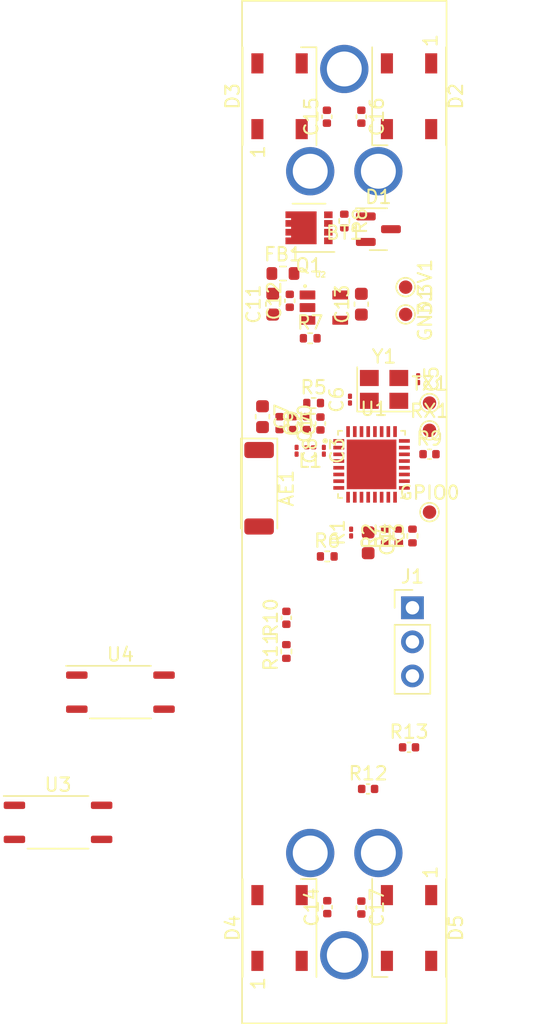
<source format=kicad_pcb>
(kicad_pcb (version 20211014) (generator pcbnew)
  (layers (0 "F.Cu" signal) (31 "B.Cu" signal) (34 "B.Paste" user) (35 "F.Paste" user) (36 "B.SilkS" user "B.Silkscreen") (37 "F.SilkS" user "F.Silkscreen") (38 "B.Mask" user) (39 "F.Mask" user) (44 "Edge.Cuts" user))
  (net 0 "")
  (net 8 "URXD")
  (net 9 "UTXD")
  (net 10 "/NRST")
  (net 11 "ADC")
  (net 12 "GND")
  (net 13 "Net-(R6-Pad2)")
  (net 14 "Net-(R5-Pad2)")
  (net 15 "3V3")
  (net 16 "Net-(C6-Pad1)")
  (net 17 "Net-(C5-Pad1)")
  (net 18 "Net-(C11-Pad2)")
  (net 20 "GPIO0")
  (net 21 "GPIO13")
  (net 22 "GPIO12")
  (net 23 "GPIO14")
  (net 24 "GPIO4")
  (net 25 "GPIO5")
  (net 26 "Net-(D1-Pad1)")
  (net 27 "Net-(Q1-Pad4)")
  (net 28 "/LNA")
  (net 29 "V_BAT")
  (net 30 "Net-(D2-Pad2)")
  (net 31 "Net-(D3-Pad2)")
  (net 32 "Net-(D4-Pad2)")
  (net 34 "Net-(R9-Pad2)")
  (net 35 "Net-(R10-Pad1)")
  (net 36 "Net-(R12-Pad2)")
  (net 37 "Net-(R13-Pad1)")
  (net 38 "/J1_ADC_IN")
  (net 39 "/GPIO15")
  (net 40 "/GPIO2")
  (net 41 "Net-(R7-Pad2)")
  (net 42 "Net-(C8-Pad1)")
  (net 44 "/+BAT")
  (footprint "RF_Antenna:Johanson_2450AT43F0100" (layer "F.Cu") (at 146.05 76.962 -90)
    (fp_text reference "AE1" (at 0 -2.05 90) (layer "F.SilkS"))
    (fp_text value "Antenna")
    (fp_line (start -3.71 -1.36) (end -3.71 1.36) (layer "F.SilkS") (width 0.12))
    (fp_line (start -3.71 1.36) (end 3 1.36) (layer "F.SilkS") (width 0.12))
    (fp_line (start 3 -1.36) (end -3.71 -1.36) (layer "F.SilkS") (width 0.12))
    (pad "1" smd roundrect (at -2.85 0 270) (size 1.2 2.2) (layers "F.Cu" "F.Paste" "F.Mask") (roundrect_rratio 0.208333) (net 42 "Net-(C8-Pad1)"))
    (pad "2" smd roundrect (at 2.85 0 270) (size 1.2 2.2) (layers "F.Cu" "F.Paste" "F.Mask") (roundrect_rratio 0.208333))
  )
  (footprint "Resistor_SMD:R_0402_1005Metric" (layer "F.Cu") (at 148.082 89.124 90)
    (fp_text reference "R11" (at 0 -1.17 90) (layer "F.SilkS"))
    (fp_text value "300K")
    (fp_line (start -0.153641 -0.38) (end 0.153641 -0.38) (layer "F.SilkS") (width 0.12))
    (fp_line (start -0.153641 0.38) (end 0.153641 0.38) (layer "F.SilkS") (width 0.12))
    (pad "1" smd roundrect (at -0.51 0 90) (size 0.54 0.64) (layers "F.Cu" "F.Paste" "F.Mask") (net 12 "GND"))
    (pad "2" smd roundrect (at 0.51 0 90) (size 0.54 0.64) (layers "F.Cu" "F.Paste" "F.Mask") (net 35 "Net-(R10-Pad1)"))
  )
  (footprint "Capacitor_SMD:C_0402_1005Metric" (layer "F.Cu") (at 153.67 49.276 -90)
    (fp_text reference "C16" (at 0 -1.16 90) (layer "F.SilkS"))
    (fp_text value "100nF")
    (fp_line (start -0.107836 -0.36) (end 0.107836 -0.36) (layer "F.SilkS") (width 0.12))
    (fp_line (start -0.107836 0.36) (end 0.107836 0.36) (layer "F.SilkS") (width 0.12))
    (pad "1" smd roundrect (at -0.48 0 270) (size 0.56 0.62) (layers "F.Cu" "F.Paste" "F.Mask") (net 29 "V_BAT"))
    (pad "2" smd roundrect (at 0.48 0 270) (size 0.56 0.62) (layers "F.Cu" "F.Paste" "F.Mask") (net 12 "GND"))
  )
  (footprint "TestPoint:TestPoint_Pad_D1.0mm" (layer "F.Cu") (at 156.972 64.008 -90)
    (fp_text reference "GND1" (at 0 -1.448 90) (layer "F.SilkS"))
    (fp_text value "TestPoint_Small")
    (fp_circle (center 0 0) (end 0 0.7) (layer "F.SilkS") (width 0.12) (fill none))
    (pad "1" smd circle (at 0 0 270) (size 1 1) (layers "F.Cu" "F.Mask") (net 12 "GND"))
  )
  (footprint "Capacitor_SMD:C_0402_1005Metric" (layer "F.Cu") (at 148.336 62.992 90)
    (fp_text reference "C12" (at 0 -1.16 90) (layer "F.SilkS"))
    (fp_text value "100nF")
    (fp_line (start -0.107836 -0.36) (end 0.107836 -0.36) (layer "F.SilkS") (width 0.12))
    (fp_line (start -0.107836 0.36) (end 0.107836 0.36) (layer "F.SilkS") (width 0.12))
    (pad "1" smd roundrect (at -0.48 0 90) (size 0.56 0.62) (layers "F.Cu" "F.Paste" "F.Mask") (net 12 "GND"))
    (pad "2" smd roundrect (at 0.48 0 90) (size 0.56 0.62) (layers "F.Cu" "F.Paste" "F.Mask") (net 18 "Net-(C11-Pad2)"))
  )
  (footprint "Capacitor_SMD:C_0402_1005Metric" (layer "F.Cu") (at 150.622 72.136 90)
    (fp_text reference "C10" (at 0 -1.16 90) (layer "F.SilkS"))
    (fp_text value "100nF")
    (fp_line (start -0.107836 0.36) (end 0.107836 0.36) (layer "F.SilkS") (width 0.12))
    (fp_line (start -0.107836 -0.36) (end 0.107836 -0.36) (layer "F.SilkS") (width 0.12))
    (pad "1" smd roundrect (at -0.48 0 90) (size 0.56 0.62) (layers "F.Cu" "F.Paste" "F.Mask") (net 15 "3V3"))
    (pad "2" smd roundrect (at 0.48 0 90) (size 0.56 0.62) (layers "F.Cu" "F.Paste" "F.Mask") (net 12 "GND"))
  )
  (footprint "Resistor_SMD:R_01005_0402Metric" (layer "F.Cu") (at 152.908 80.264 90)
    (fp_text reference "R1" (at 0 -1 90) (layer "F.SilkS"))
    (fp_text value "10K")
    (pad "1" smd roundrect (at -0.25 0 90) (size 0.4 0.3) (layers "F.Cu" "F.Mask") (net 15 "3V3"))
    (pad "2" smd roundrect (at 0.25 0 90) (size 0.4 0.3) (layers "F.Cu" "F.Mask") (net 10 "/NRST"))
  )
  (footprint "Capacitor_SMD:C_0402_1005Metric" (layer "F.Cu") (at 149.606 72.108 90)
    (fp_text reference "C9" (at 0 -1.16 90) (layer "F.SilkS"))
    (fp_text value "10nF")
    (fp_line (start -0.107836 0.36) (end 0.107836 0.36) (layer "F.SilkS") (width 0.12))
    (fp_line (start -0.107836 -0.36) (end 0.107836 -0.36) (layer "F.SilkS") (width 0.12))
    (pad "1" smd roundrect (at -0.48 0 90) (size 0.56 0.62) (layers "F.Cu" "F.Paste" "F.Mask") (net 15 "3V3"))
    (pad "2" smd roundrect (at 0.48 0 90) (size 0.56 0.62) (layers "F.Cu" "F.Paste" "F.Mask") (net 12 "GND"))
  )
  (footprint "TestPoint:TestPoint_Pad_D1.0mm" (layer "F.Cu") (at 156.972 61.976 -90)
    (fp_text reference "3.3V1" (at 0 -1.448 90) (layer "F.SilkS"))
    (fp_text value "TestPoint_Small")
    (fp_circle (center 0 0) (end 0 0.7) (layer "F.SilkS") (width 0.12) (fill none))
    (pad "1" smd circle (at 0 0 270) (size 1 1) (layers "F.Cu" "F.Mask") (net 15 "3V3"))
  )
  (footprint "Capacitor_SMD:C_0402_1005Metric" (layer "F.Cu") (at 148.082 86.614 90)
    (fp_text reference "R10" (at 0 -1.16 90) (layer "F.SilkS"))
    (fp_text value "1M")
    (fp_line (start -0.107836 -0.36) (end 0.107836 -0.36) (layer "F.SilkS") (width 0.12))
    (fp_line (start -0.107836 0.36) (end 0.107836 0.36) (layer "F.SilkS") (width 0.12))
    (pad "1" smd roundrect (at -0.48 0 90) (size 0.56 0.62) (layers "F.Cu" "F.Paste" "F.Mask") (net 35 "Net-(R10-Pad1)"))
    (pad "2" smd roundrect (at 0.48 0 90) (size 0.56 0.62) (layers "F.Cu" "F.Paste" "F.Mask") (net 29 "V_BAT"))
  )
  (footprint "TestPoint:TestPoint_Pad_D1.0mm" (layer "F.Cu") (at 158.75 72.644)
    (fp_text reference "RX1" (at 0 -1.448) (layer "F.SilkS"))
    (fp_text value "TestPoint_Small")
    (fp_circle (center 0 0) (end 0 0.7) (layer "F.SilkS") (width 0.12) (fill none))
    (pad "1" smd circle (at 0 0) (size 1 1) (layers "F.Cu" "F.Mask") (net 8 "URXD"))
  )
  (footprint "Capacitor_SMD:C_0402_1005Metric" (layer "F.Cu") (at 148.59 72.108 -90)
    (fp_text reference "C4" (at 0 -1.16 90) (layer "F.SilkS"))
    (fp_text value "100nF")
    (fp_line (start -0.107836 0.36) (end 0.107836 0.36) (layer "F.SilkS") (width 0.12))
    (fp_line (start -0.107836 -0.36) (end 0.107836 -0.36) (layer "F.SilkS") (width 0.12))
    (pad "1" smd roundrect (at -0.48 0 270) (size 0.56 0.62) (layers "F.Cu" "F.Paste" "F.Mask") (net 12 "GND"))
    (pad "2" smd roundrect (at 0.48 0 270) (size 0.56 0.62) (layers "F.Cu" "F.Paste" "F.Mask") (net 15 "3V3"))
  )
  (footprint "Crystal:Crystal_SMD_3225-4Pin_3.2x2.5mm" (layer "F.Cu") (at 155.364 69.596)
    (fp_text reference "Y1" (at 0 -2.45) (layer "F.SilkS"))
    (fp_text value "26Mhz")
    (fp_line (start -2 1.65) (end 2 1.65) (layer "F.SilkS") (width 0.12))
    (fp_line (start -2 -1.65) (end -2 1.65) (layer "F.SilkS") (width 0.12))
    (pad "1" smd rect (at -1.1 0.85) (size 1.4 1.2) (layers "F.Cu" "F.Paste" "F.Mask") (net 16 "Net-(C6-Pad1)"))
    (pad "2" smd rect (at 1.1 0.85) (size 1.4 1.2) (layers "F.Cu" "F.Paste" "F.Mask") (net 12 "GND"))
    (pad "3" smd rect (at 1.1 -0.85) (size 1.4 1.2) (layers "F.Cu" "F.Paste" "F.Mask") (net 17 "Net-(C5-Pad1)"))
    (pad "4" smd rect (at -1.1 -0.85) (size 1.4 1.2) (layers "F.Cu" "F.Paste" "F.Mask") (net 12 "GND"))
  )
  (footprint "Capacitor_SMD:C_0402_1005Metric" (layer "F.Cu") (at 153.67 108.204 -90)
    (fp_text reference "C17" (at 0 -1.16 90) (layer "F.SilkS"))
    (fp_text value "100nF")
    (fp_line (start -0.107836 -0.36) (end 0.107836 -0.36) (layer "F.SilkS") (width 0.12))
    (fp_line (start -0.107836 0.36) (end 0.107836 0.36) (layer "F.SilkS") (width 0.12))
    (pad "1" smd roundrect (at -0.48 0 270) (size 0.56 0.62) (layers "F.Cu" "F.Paste" "F.Mask") (net 29 "V_BAT"))
    (pad "2" smd roundrect (at 0.48 0 270) (size 0.56 0.62) (layers "F.Cu" "F.Paste" "F.Mask") (net 12 "GND"))
  )
  (footprint "Capacitor_SMD:C_0402_1005Metric" (layer "F.Cu") (at 147.574 72.108 -90)
    (fp_text reference "C2" (at 0 -1.16 90) (layer "F.SilkS"))
    (fp_text value "100nF")
    (fp_line (start -0.107836 -0.36) (end 0.107836 -0.36) (layer "F.SilkS") (width 0.12))
    (fp_line (start -0.107836 0.36) (end 0.107836 0.36) (layer "F.SilkS") (width 0.12))
    (pad "1" smd roundrect (at -0.48 0 270) (size 0.56 0.62) (layers "F.Cu" "F.Paste" "F.Mask") (net 12 "GND"))
    (pad "2" smd roundrect (at 0.48 0 270) (size 0.56 0.62) (layers "F.Cu" "F.Paste" "F.Mask") (net 15 "3V3"))
  )
  (footprint "Resistor_SMD:R_0402_1005Metric" (layer "F.Cu") (at 149.86 65.786)
    (fp_text reference "R7" (at 0 -1.17) (layer "F.SilkS"))
    (fp_text value "10K")
    (fp_line (start -0.153641 0.38) (end 0.153641 0.38) (layer "F.SilkS") (width 0.12))
    (fp_line (start -0.153641 -0.38) (end 0.153641 -0.38) (layer "F.SilkS") (width 0.12))
    (pad "1" smd roundrect (at -0.51 0) (size 0.54 0.64) (layers "F.Cu" "F.Paste" "F.Mask") (net 18 "Net-(C11-Pad2)"))
    (pad "2" smd roundrect (at 0.51 0) (size 0.54 0.64) (layers "F.Cu" "F.Paste" "F.Mask") (net 41 "Net-(R7-Pad2)"))
  )
  (footprint "LED_SMD:LED_WS2812B_PLCC4_5.0x5.0mm_P3.2mm" (layer "F.Cu") (at 157.226 47.752 -90)
    (fp_text reference "D2" (at 0 -3.5 90) (layer "F.SilkS"))
    (fp_text value "WS2812B")
    (fp_text user "1" (at -4.15 -1.6 90) (layer "F.SilkS"))
    (fp_line (start 3.65 2.75) (end 3.65 1.6) (layer "F.SilkS") (width 0.12))
    (fp_line (start -3.65 -2.75) (end 3.65 -2.75) (layer "F.SilkS") (width 0.12))
    (fp_line (start -3.65 2.75) (end 3.65 2.75) (layer "F.SilkS") (width 0.12))
    (pad "1" smd rect (at -2.45 -1.65 270) (size 1.5 0.9) (layers "F.Cu" "F.Paste" "F.Mask") (net 29 "V_BAT"))
    (pad "2" smd rect (at -2.45 1.65 270) (size 1.5 0.9) (layers "F.Cu" "F.Paste" "F.Mask") (net 30 "Net-(D2-Pad2)"))
    (pad "3" smd rect (at 2.45 1.65 270) (size 1.5 0.9) (layers "F.Cu" "F.Paste" "F.Mask") (net 12 "GND"))
    (pad "4" smd rect (at 2.45 -1.65 270) (size 1.5 0.9) (layers "F.Cu" "F.Paste" "F.Mask") (net 24 "GPIO4"))
  )
  (footprint "Capacitor_SMD:C_01005_0402Metric" (layer "F.Cu") (at 148.844 74.168 -90)
    (fp_text reference "C8" (at 0 -1 90) (layer "F.SilkS"))
    (fp_text value "3.0pF")
    (pad "1" smd roundrect (at -0.25 0 270) (size 0.4 0.3) (layers "F.Cu" "F.Mask") (net 42 "Net-(C8-Pad1)"))
    (pad "2" smd roundrect (at 0.25 0 270) (size 0.4 0.3) (layers "F.Cu" "F.Mask") (net 12 "GND"))
  )
  (footprint "Package_TO_SOT_SMD:SOT-23" (layer "F.Cu") (at 154.94 57.658)
    (fp_text reference "D1" (at 0 -2.4) (layer "F.SilkS"))
    (fp_text value "3v3 Zener")
    (fp_line (start 0 1.56) (end -0.65 1.56) (layer "F.SilkS") (width 0.12))
    (fp_line (start 0 1.56) (end 0.65 1.56) (layer "F.SilkS") (width 0.12))
    (fp_line (start 0 -1.56) (end 0.65 -1.56) (layer "F.SilkS") (width 0.12))
    (fp_line (start 0 -1.56) (end -1.675 -1.56) (layer "F.SilkS") (width 0.12))
    (pad "1" smd roundrect (at -0.9375 -0.95) (size 1.475 0.6) (layers "F.Cu" "F.Paste" "F.Mask") (net 26 "Net-(D1-Pad1)"))
    (pad "2" smd roundrect (at -0.9375 0.95) (size 1.475 0.6) (layers "F.Cu" "F.Paste" "F.Mask"))
    (pad "3" smd roundrect (at 0.9375 0) (size 1.475 0.6) (layers "F.Cu" "F.Paste" "F.Mask") (net 12 "GND"))
  )
  (footprint "Resistor_SMD:R_0402_1005Metric" (layer "F.Cu") (at 156.464 80.518 90)
    (fp_text reference "R4" (at 0 -1.17 90) (layer "F.SilkS"))
    (fp_text value "10k")
    (fp_line (start -0.153641 -0.38) (end 0.153641 -0.38) (layer "F.SilkS") (width 0.12))
    (fp_line (start -0.153641 0.38) (end 0.153641 0.38) (layer "F.SilkS") (width 0.12))
    (pad "1" smd roundrect (at -0.51 0 90) (size 0.54 0.64) (layers "F.Cu" "F.Paste" "F.Mask") (net 15 "3V3"))
    (pad "2" smd roundrect (at 0.51 0 90) (size 0.54 0.64) (layers "F.Cu" "F.Paste" "F.Mask") (net 40 "/GPIO2"))
  )
  (footprint "Capacitor_SMD:C_0603_1608Metric" (layer "F.Cu") (at 153.67 63.246 90)
    (fp_text reference "C13" (at 0 -1.43 90) (layer "F.SilkS"))
    (fp_text value "1uF")
    (fp_line (start -0.14058 -0.51) (end 0.14058 -0.51) (layer "F.SilkS") (width 0.12))
    (fp_line (start -0.14058 0.51) (end 0.14058 0.51) (layer "F.SilkS") (width 0.12))
    (pad "1" smd roundrect (at -0.775 0 90) (size 0.9 0.95) (layers "F.Cu" "F.Paste" "F.Mask") (net 12 "GND"))
    (pad "2" smd roundrect (at 0.775 0 90) (size 0.9 0.95) (layers "F.Cu" "F.Paste" "F.Mask") (net 15 "3V3"))
  )
  (footprint "LED_SMD:LED_WS2812B_PLCC4_5.0x5.0mm_P3.2mm" (layer "F.Cu") (at 147.574 47.752 90)
    (fp_text reference "D3" (at 0 -3.5 90) (layer "F.SilkS"))
    (fp_text value "WS2812B")
    (fp_text user "1" (at -4.15 -1.6 90) (layer "F.SilkS"))
    (fp_line (start 3.65 2.75) (end 3.65 1.6) (layer "F.SilkS") (width 0.12))
    (fp_line (start -3.65 2.75) (end 3.65 2.75) (layer "F.SilkS") (width 0.12))
    (fp_line (start -3.65 -2.75) (end 3.65 -2.75) (layer "F.SilkS") (width 0.12))
    (pad "1" smd rect (at -2.45 -1.65 90) (size 1.5 0.9) (layers "F.Cu" "F.Paste" "F.Mask") (net 29 "V_BAT"))
    (pad "2" smd rect (at -2.45 1.65 90) (size 1.5 0.9) (layers "F.Cu" "F.Paste" "F.Mask") (net 31 "Net-(D3-Pad2)"))
    (pad "3" smd rect (at 2.45 1.65 90) (size 1.5 0.9) (layers "F.Cu" "F.Paste" "F.Mask") (net 12 "GND"))
    (pad "4" smd rect (at 2.45 -1.65 90) (size 1.5 0.9) (layers "F.Cu" "F.Paste" "F.Mask") (net 30 "Net-(D2-Pad2)"))
  )
  (footprint "Capacitor_SMD:C_01005_0402Metric" (layer "F.Cu") (at 157.904 68.834 -90)
    (fp_text reference "C5" (at 0 -1 90) (layer "F.SilkS"))
    (fp_text value "10pF")
    (pad "1" smd roundrect (at -0.25 0 270) (size 0.4 0.3) (layers "F.Cu" "F.Mask") (net 17 "Net-(C5-Pad1)"))
    (pad "2" smd roundrect (at 0.25 0 270) (size 0.4 0.3) (layers "F.Cu" "F.Mask") (net 12 "GND"))
  )
  (footprint "Resistor_SMD:R_0402_1005Metric" (layer "F.Cu") (at 155.448 80.518 90)
    (fp_text reference "R2" (at 0 -1.17 90) (layer "F.SilkS"))
    (fp_text value "10K")
    (fp_line (start -0.153641 -0.38) (end 0.153641 -0.38) (layer "F.SilkS") (width 0.12))
    (fp_line (start -0.153641 0.38) (end 0.153641 0.38) (layer "F.SilkS") (width 0.12))
    (pad "1" smd roundrect (at -0.51 0 90) (size 0.54 0.64) (layers "F.Cu" "F.Paste" "F.Mask") (net 12 "GND"))
    (pad "2" smd roundrect (at 0.51 0 90) (size 0.54 0.64) (layers "F.Cu" "F.Paste" "F.Mask") (net 39 "/GPIO15"))
  )
  (footprint "Resistor_SMD:R_0402_1005Metric" (layer "F.Cu") (at 152.4 57.048 -90)
    (fp_text reference "R8" (at 0 -1.17 90) (layer "F.SilkS"))
    (fp_text value "10K")
    (fp_line (start -0.153641 -0.38) (end 0.153641 -0.38) (layer "F.SilkS") (width 0.12))
    (fp_line (start -0.153641 0.38) (end 0.153641 0.38) (layer "F.SilkS") (width 0.12))
    (pad "1" smd roundrect (at -0.51 0 270) (size 0.54 0.64) (layers "F.Cu" "F.Paste" "F.Mask") (net 27 "Net-(Q1-Pad4)"))
    (pad "2" smd roundrect (at 0.51 0 270) (size 0.54 0.64) (layers "F.Cu" "F.Paste" "F.Mask") (net 26 "Net-(D1-Pad1)"))
  )
  (footprint "Capacitor_SMD:C_0402_1005Metric" (layer "F.Cu") (at 157.226 96.266)
    (fp_text reference "R13" (at 0 -1.16) (layer "F.SilkS"))
    (fp_text value "330")
    (fp_line (start -0.107836 0.36) (end 0.107836 0.36) (layer "F.SilkS") (width 0.12))
    (fp_line (start -0.107836 -0.36) (end 0.107836 -0.36) (layer "F.SilkS") (width 0.12))
    (pad "1" smd roundrect (at -0.48 0) (size 0.56 0.62) (layers "F.Cu" "F.Paste" "F.Mask") (net 37 "Net-(R13-Pad1)"))
    (pad "2" smd roundrect (at 0.48 0) (size 0.56 0.62) (layers "F.Cu" "F.Paste" "F.Mask") (net 12 "GND"))
  )
  (footprint "TestPoint:TestPoint_Pad_D1.0mm" (layer "F.Cu") (at 158.75 70.612)
    (fp_text reference "TX1" (at 0 -1.448) (layer "F.SilkS"))
    (fp_text value "TestPoint_Small")
    (fp_circle (center 0 0) (end 0 0.7) (layer "F.SilkS") (width 0.12) (fill none))
    (pad "1" smd circle (at 0 0) (size 1 1) (layers "F.Cu" "F.Mask") (net 9 "UTXD"))
  )
  (footprint "Capacitor_SMD:C_0603_1608Metric" (layer "F.Cu") (at 146.304 71.628 -90)
    (fp_text reference "C7" (at 0 -1.43 90) (layer "F.SilkS"))
    (fp_text value "1uF")
    (fp_line (start -0.14058 0.51) (end 0.14058 0.51) (layer "F.SilkS") (width 0.12))
    (fp_line (start -0.14058 -0.51) (end 0.14058 -0.51) (layer "F.SilkS") (width 0.12))
    (pad "1" smd roundrect (at -0.775 0 270) (size 0.9 0.95) (layers "F.Cu" "F.Paste" "F.Mask") (net 12 "GND"))
    (pad "2" smd roundrect (at 0.775 0 270) (size 0.9 0.95) (layers "F.Cu" "F.Paste" "F.Mask") (net 15 "3V3"))
  )
  (footprint "Connector_PinHeader_2.54mm:PinHeader_1x03_P2.54mm_Vertical" (layer "F.Cu") (at 157.48 85.867)
    (fp_text reference "J1" (at 0 -2.33) (layer "F.SilkS"))
    (fp_text value "01x03")
    (fp_line (start -1.33 -1.33) (end 0 -1.33) (layer "F.SilkS") (width 0.12))
    (fp_line (start 1.33 1.27) (end 1.33 6.41) (layer "F.SilkS") (width 0.12))
    (fp_line (start -1.33 0) (end -1.33 -1.33) (layer "F.SilkS") (width 0.12))
    (fp_line (start -1.33 1.27) (end -1.33 6.41) (layer "F.SilkS") (width 0.12))
    (fp_line (start -1.33 1.27) (end 1.33 1.27) (layer "F.SilkS") (width 0.12))
    (fp_line (start -1.33 6.41) (end 1.33 6.41) (layer "F.SilkS") (width 0.12))
    (pad "1" thru_hole rect (at 0 0) (size 1.7 1.7) (drill 1) (layers *.Cu *.Mask) (net 38 "/J1_ADC_IN"))
    (pad "2" thru_hole oval (at 0 2.54) (size 1.7 1.7) (drill 1) (layers *.Cu *.Mask) (net 29 "V_BAT"))
    (pad "3" thru_hole oval (at 0 5.08) (size 1.7 1.7) (drill 1) (layers *.Cu *.Mask) (net 12 "GND"))
  )
  (footprint "Capacitor_SMD:C_0603_1608Metric" (layer "F.Cu") (at 147.066 63.246 90)
    (fp_text reference "C11" (at 0 -1.43 90) (layer "F.SilkS"))
    (fp_text value "1uF")
    (fp_line (start -0.14058 0.51) (end 0.14058 0.51) (layer "F.SilkS") (width 0.12))
    (fp_line (start -0.14058 -0.51) (end 0.14058 -0.51) (layer "F.SilkS") (width 0.12))
    (pad "1" smd roundrect (at -0.775 0 90) (size 0.9 0.95) (layers "F.Cu" "F.Paste" "F.Mask") (net 12 "GND"))
    (pad "2" smd roundrect (at 0.775 0 90) (size 0.9 0.95) (layers "F.Cu" "F.Paste" "F.Mask") (net 18 "Net-(C11-Pad2)"))
  )
  (footprint "Capacitor_SMD:C_0402_1005Metric" (layer "F.Cu") (at 151.102 49.276 90)
    (fp_text reference "C15" (at 0 -1.16 90) (layer "F.SilkS"))
    (fp_text value "100nF")
    (fp_line (start -0.107836 0.36) (end 0.107836 0.36) (layer "F.SilkS") (width 0.12))
    (fp_line (start -0.107836 -0.36) (end 0.107836 -0.36) (layer "F.SilkS") (width 0.12))
    (pad "1" smd roundrect (at -0.48 0 90) (size 0.56 0.62) (layers "F.Cu" "F.Paste" "F.Mask") (net 29 "V_BAT"))
    (pad "2" smd roundrect (at 0.48 0 90) (size 0.56 0.62) (layers "F.Cu" "F.Paste" "F.Mask") (net 12 "GND"))
  )
  (footprint "Capacitor_SMD:C_0603_1608Metric" (layer "F.Cu") (at 154.178 81.026 -90)
    (fp_text reference "C1" (at 0 -1.43 90) (layer "F.SilkS"))
    (fp_text value "10uF")
    (fp_line (start -0.14058 0.51) (end 0.14058 0.51) (layer "F.SilkS") (width 0.12))
    (fp_line (start -0.14058 -0.51) (end 0.14058 -0.51) (layer "F.SilkS") (width 0.12))
    (pad "1" smd roundrect (at -0.775 0 270) (size 0.9 0.95) (layers "F.Cu" "F.Paste" "F.Mask") (net 10 "/NRST"))
    (pad "2" smd roundrect (at 0.775 0 270) (size 0.9 0.95) (layers "F.Cu" "F.Paste" "F.Mask") (net 12 "GND"))
  )
  (footprint "RT9193-33GB:SOT94P279X129-5N" (layer "F.Cu") (at 150.876 63.5)
    (fp_text reference "U2" (at -0.250735 -2.457239) (layer "F.SilkS") (effects (font (size 0.394865 0.394865))))
    (fp_text value "RT9193-33GB")
    (fp_circle (center -1.4 -1.6) (end -1.33 -1.6) (layer "F.SilkS") (width 0.14) (fill none))
    (pad "1" smd roundrect locked (at -1.22 -0.94 270) (size 0.67 1.17) (layers "F.Cu" "F.Paste" "F.Mask") (roundrect_rratio 0.07) (net 18 "Net-(C11-Pad2)"))
    (pad "2" smd roundrect locked (at -1.22 0 270) (size 0.67 1.17) (layers "F.Cu" "F.Paste" "F.Mask") (roundrect_rratio 0.07) (net 12 "GND"))
    (pad "3" smd roundrect locked (at -1.22 0.94 270) (size 0.67 1.17) (layers "F.Cu" "F.Paste" "F.Mask") (roundrect_rratio 0.07) (net 41 "Net-(R7-Pad2)"))
    (pad "4" smd roundrect locked (at 1.22 0.94 270) (size 0.67 1.17) (layers "F.Cu" "F.Paste" "F.Mask") (roundrect_rratio 0.07))
    (pad "5" smd roundrect locked (at 1.22 -0.94 270) (size 0.67 1.17) (layers "F.Cu" "F.Paste" "F.Mask") (roundrect_rratio 0.07) (net 15 "3V3"))
  )
  (footprint "Resistor_SMD:R_0603_1608Metric" (layer "F.Cu") (at 147.828 60.96)
    (fp_text reference "FB1" (at 0 -1.43) (layer "F.SilkS"))
    (fp_text value "100R")
    (fp_line (start -0.237258 0.5225) (end 0.237258 0.5225) (layer "F.SilkS") (width 0.12))
    (fp_line (start -0.237258 -0.5225) (end 0.237258 -0.5225) (layer "F.SilkS") (width 0.12))
    (pad "1" smd roundrect (at -0.825 0) (size 0.8 0.95) (layers "F.Cu" "F.Paste" "F.Mask") (net 29 "V_BAT"))
    (pad "2" smd roundrect (at 0.825 0) (size 0.8 0.95) (layers "F.Cu" "F.Paste" "F.Mask") (net 18 "Net-(C11-Pad2)"))
  )
  (footprint "TestPoint:TestPoint_Pad_D1.0mm" (layer "F.Cu") (at 158.75 78.74)
    (fp_text reference "GPIO0" (at 0 -1.448) (layer "F.SilkS"))
    (fp_text value "TestPoint_Small")
    (fp_circle (center 0 0) (end 0 0.7) (layer "F.SilkS") (width 0.12) (fill none))
    (pad "1" smd circle (at 0 0) (size 1 1) (layers "F.Cu" "F.Mask") (net 20 "GPIO0"))
  )
  (footprint "Capacitor_SMD:C_0402_1005Metric" (layer "F.Cu") (at 158.75 74.422)
    (fp_text reference "R9" (at 0 -1.16) (layer "F.SilkS"))
    (fp_text value "330")
    (fp_line (start -0.107836 -0.36) (end 0.107836 -0.36) (layer "F.SilkS") (width 0.12))
    (fp_line (start -0.107836 0.36) (end 0.107836 0.36) (layer "F.SilkS") (width 0.12))
    (pad "1" smd roundrect (at -0.48 0) (size 0.56 0.62) (layers "F.Cu" "F.Paste" "F.Mask") (net 25 "GPIO5"))
    (pad "2" smd roundrect (at 0.48 0) (size 0.56 0.62) (layers "F.Cu" "F.Paste" "F.Mask") (net 34 "Net-(R9-Pad2)"))
  )
  (footprint "Library:18650_footprint" (layer "F.Cu") (at 152.4 58.42)
    (fp_text reference "BT1" (at 0 -0.5 unlocked) (layer "F.SilkS"))
    (fp_text value "18650")
    (fp_rect (start 7.62 58.42) (end -7.62 -17.78) (layer "F.SilkS") (width 0.12) (fill none))
    (pad "1" thru_hole circle locked (at 0 -12.7) (size 3.6 3.6) (drill 2.6) (layers *.Cu *.Mask) (net 44 "/+BAT"))
    (pad "1" thru_hole circle locked (at 2.54 -5.08) (size 3.6 3.6) (drill 2.6) (layers *.Cu *.Mask) (net 44 "/+BAT"))
    (pad "1" thru_hole circle locked (at -2.54 -5.08) (size 3.6 3.6) (drill 2.6) (layers *.Cu *.Mask) (net 44 "/+BAT"))
    (pad "2" thru_hole circle locked (at -2.54 45.72) (size 3.6 3.6) (drill 2.6) (layers *.Cu *.Mask) (net 12 "GND"))
    (pad "2" thru_hole circle locked (at 0 53.34) (size 3.6 3.6) (drill 2.6) (layers *.Cu *.Mask) (net 12 "GND"))
    (pad "2" thru_hole circle locked (at 2.54 45.72) (size 3.6 3.6) (drill 2.6) (layers *.Cu *.Mask) (net 12 "GND"))
  )
  (footprint "Capacitor_SMD:C_0402_1005Metric" (layer "F.Cu") (at 151.13 108.176 90)
    (fp_text reference "C14" (at 0 -1.16 90) (layer "F.SilkS"))
    (fp_text value "100nF")
    (fp_line (start -0.107836 0.36) (end 0.107836 0.36) (layer "F.SilkS") (width 0.12))
    (fp_line (start -0.107836 -0.36) (end 0.107836 -0.36) (layer "F.SilkS") (width 0.12))
    (pad "1" smd roundrect (at -0.48 0 90) (size 0.56 0.62) (layers "F.Cu" "F.Paste" "F.Mask") (net 29 "V_BAT"))
    (pad "2" smd roundrect (at 0.48 0 90) (size 0.56 0.62) (layers "F.Cu" "F.Paste" "F.Mask") (net 12 "GND"))
  )
  (footprint "Package_SO:SOIC-4_4.55x3.7mm_P2.54mm" (layer "F.Cu") (at 131.064 101.854)
    (fp_text reference "U3" (at 0 -2.8) (layer "F.SilkS"))
    (fp_text value "TLP185")
    (fp_line (start 0 -1.96) (end -4.05 -1.96) (layer "F.SilkS") (width 0.12))
    (fp_line (start 0 -1.96) (end 2.275 -1.96) (layer "F.SilkS") (width 0.12))
    (fp_line (start 0 1.96) (end -2.275 1.96) (layer "F.SilkS") (width 0.12))
    (fp_line (start 0 1.96) (end 2.275 1.96) (layer "F.SilkS") (width 0.12))
    (pad "1" smd roundrect (at -3.25 -1.27) (size 1.6 0.55) (layers "F.Cu" "F.Paste" "F.Mask") (net 36 "Net-(R12-Pad2)"))
    (pad "3" smd roundrect (at -3.25 1.27) (size 1.6 0.55) (layers "F.Cu" "F.Paste" "F.Mask") (net 34 "Net-(R9-Pad2)"))
    (pad "4" smd roundrect (at 3.25 1.27) (size 1.6 0.55) (layers "F.Cu" "F.Paste" "F.Mask") (net 11 "ADC"))
    (pad "6" smd roundrect (at 3.25 -1.27) (size 1.6 0.55) (layers "F.Cu" "F.Paste" "F.Mask") (net 35 "Net-(R10-Pad1)"))
  )
  (footprint "Package_SO:SOIC-4_4.55x3.7mm_P2.54mm" (layer "F.Cu") (at 135.714 92.154)
    (fp_text reference "U4" (at 0 -2.8) (layer "F.SilkS"))
    (fp_text value "TLP185")
    (fp_line (start 0 -1.96) (end -4.05 -1.96) (layer "F.SilkS") (width 0.12))
    (fp_line (start 0 -1.96) (end 2.275 -1.96) (layer "F.SilkS") (width 0.12))
    (fp_line (start 0 1.96) (end -2.275 1.96) (layer "F.SilkS") (width 0.12))
    (fp_line (start 0 1.96) (end 2.275 1.96) (layer "F.SilkS") (width 0.12))
    (pad "1" smd roundrect (at -3.25 -1.27) (size 1.6 0.55) (layers "F.Cu" "F.Paste" "F.Mask") (net 34 "Net-(R9-Pad2)"))
    (pad "3" smd roundrect (at -3.25 1.27) (size 1.6 0.55) (layers "F.Cu" "F.Paste" "F.Mask") (net 37 "Net-(R13-Pad1)"))
    (pad "4" smd roundrect (at 3.25 1.27) (size 1.6 0.55) (layers "F.Cu" "F.Paste" "F.Mask") (net 11 "ADC"))
    (pad "6" smd roundrect (at 3.25 -1.27) (size 1.6 0.55) (layers "F.Cu" "F.Paste" "F.Mask") (net 38 "/J1_ADC_IN"))
  )
  (footprint "Capacitor_SMD:C_01005_0402Metric" (layer "F.Cu") (at 152.824 70.358 90)
    (fp_text reference "C6" (at 0 -1 90) (layer "F.SilkS"))
    (fp_text value "10pF")
    (pad "1" smd roundrect (at -0.25 0 90) (size 0.4 0.3) (layers "F.Cu" "F.Mask") (net 16 "Net-(C6-Pad1)"))
    (pad "2" smd roundrect (at 0.25 0 90) (size 0.4 0.3) (layers "F.Cu" "F.Mask") (net 12 "GND"))
  )
  (footprint "LED_SMD:LED_WS2812B_PLCC4_5.0x5.0mm_P3.2mm" (layer "F.Cu") (at 157.226 109.728 -90)
    (fp_text reference "D5" (at 0 -3.5 90) (layer "F.SilkS"))
    (fp_text value "WS2812B")
    (fp_text user "1" (at -4.15 -1.6 90) (layer "F.SilkS"))
    (fp_line (start -3.65 2.75) (end 3.65 2.75) (layer "F.SilkS") (width 0.12))
    (fp_line (start -3.65 -2.75) (end 3.65 -2.75) (layer "F.SilkS") (width 0.12))
    (fp_line (start 3.65 2.75) (end 3.65 1.6) (layer "F.SilkS") (width 0.12))
    (pad "1" smd rect (at -2.45 -1.65 270) (size 1.5 0.9) (layers "F.Cu" "F.Paste" "F.Mask") (net 29 "V_BAT"))
    (pad "2" smd rect (at -2.45 1.65 270) (size 1.5 0.9) (layers "F.Cu" "F.Paste" "F.Mask"))
    (pad "3" smd rect (at 2.45 1.65 270) (size 1.5 0.9) (layers "F.Cu" "F.Paste" "F.Mask") (net 12 "GND"))
    (pad "4" smd rect (at 2.45 -1.65 270) (size 1.5 0.9) (layers "F.Cu" "F.Paste" "F.Mask") (net 32 "Net-(D4-Pad2)"))
  )
  (footprint "LED_SMD:LED_WS2812B_PLCC4_5.0x5.0mm_P3.2mm" (layer "F.Cu") (at 147.574 109.728 90)
    (fp_text reference "D4" (at 0 -3.5 90) (layer "F.SilkS"))
    (fp_text value "WS2812B")
    (fp_text user "1" (at -4.15 -1.6 90) (layer "F.SilkS"))
    (fp_line (start 3.65 2.75) (end 3.65 1.6) (layer "F.SilkS") (width 0.12))
    (fp_line (start -3.65 -2.75) (end 3.65 -2.75) (layer "F.SilkS") (width 0.12))
    (fp_line (start -3.65 2.75) (end 3.65 2.75) (layer "F.SilkS") (width 0.12))
    (pad "1" smd rect (at -2.45 -1.65 90) (size 1.5 0.9) (layers "F.Cu" "F.Paste" "F.Mask") (net 29 "V_BAT"))
    (pad "2" smd rect (at -2.45 1.65 90) (size 1.5 0.9) (layers "F.Cu" "F.Paste" "F.Mask") (net 32 "Net-(D4-Pad2)"))
    (pad "3" smd rect (at 2.45 1.65 90) (size 1.5 0.9) (layers "F.Cu" "F.Paste" "F.Mask") (net 12 "GND"))
    (pad "4" smd rect (at 2.45 -1.65 90) (size 1.5 0.9) (layers "F.Cu" "F.Paste" "F.Mask") (net 31 "Net-(D3-Pad2)"))
  )
  (footprint "Inductor_SMD:L_01005_0402Metric" (layer "F.Cu") (at 149.86 73.914 180)
    (fp_text reference "L1" (at 0 -1) (layer "F.SilkS"))
    (fp_text value "2.2nH")
    (pad "1" smd roundrect (at -0.25 0 180) (size 0.4 0.3) (layers "F.Cu" "F.Mask") (net 28 "/LNA"))
    (pad "2" smd roundrect (at 0.25 0 180) (size 0.4 0.3) (layers "F.Cu" "F.Mask") (net 42 "Net-(C8-Pad1)"))
  )
  (footprint "Capacitor_SMD:C_01005_0402Metric" (layer "F.Cu") (at 150.876 74.168 -90)
    (fp_text reference "C3" (at 0 -1 90) (layer "F.SilkS"))
    (fp_text value "2.4pF")
    (pad "1" smd roundrect (at -0.25 0 270) (size 0.4 0.3) (layers "F.Cu" "F.Mask") (net 28 "/LNA"))
    (pad "2" smd roundrect (at 0.25 0 270) (size 0.4 0.3) (layers "F.Cu" "F.Mask") (net 12 "GND"))
  )
  (footprint "Resistor_SMD:R_0402_1005Metric" (layer "F.Cu") (at 150.114 70.612)
    (fp_text reference "R5" (at 0 -1.17) (layer "F.SilkS"))
    (fp_text value "12K")
    (fp_line (start -0.153641 0.38) (end 0.153641 0.38) (layer "F.SilkS") (width 0.12))
    (fp_line (start -0.153641 -0.38) (end 0.153641 -0.38) (layer "F.SilkS") (width 0.12))
    (pad "1" smd roundrect (at -0.51 0) (size 0.54 0.64) (layers "F.Cu" "F.Paste" "F.Mask") (net 12 "GND"))
    (pad "2" smd roundrect (at 0.51 0) (size 0.54 0.64) (layers "F.Cu" "F.Paste" "F.Mask") (net 14 "Net-(R5-Pad2)"))
  )
  (footprint "Resistor_SMD:R_0402_1005Metric" (layer "F.Cu") (at 157.48 80.518 90)
    (fp_text reference "R3" (at 0 -1.17 90) (layer "F.SilkS"))
    (fp_text value "10K")
    (fp_line (start -0.153641 0.38) (end 0.153641 0.38) (layer "F.SilkS") (width 0.12))
    (fp_line (start -0.153641 -0.38) (end 0.153641 -0.38) (layer "F.SilkS") (width 0.12))
    (pad "1" smd roundrect (at -0.51 0 90) (size 0.54 0.64) (layers "F.Cu" "F.Paste" "F.Mask") (net 15 "3V3"))
    (pad "2" smd roundrect (at 0.51 0 90) (size 0.54 0.64) (layers "F.Cu" "F.Paste" "F.Mask") (net 20 "GPIO0"))
  )
  (footprint "ESP8285 (1):QFN50P500X500X90-33N" (layer "F.Cu") (at 154.432 75.184)
    (fp_text reference "U1" (at 0.175 -4.135) (layer "F.SilkS"))
    (fp_text value "ESP8285")
    (fp_line (start 2.5 -2.5) (end 2.2 -2.5) (layer "F.SilkS") (width 0.127))
    (fp_line (start 2.5 2.5) (end 2.2 2.5) (layer "F.SilkS") (width 0.127))
    (fp_line (start -2.5 -2.5) (end -2.2 -2.5) (layer "F.SilkS") (width 0.127))
    (fp_line (start 2.5 2.5) (end 2.5 2.2) (layer "F.SilkS") (width 0.127))
    (fp_line (start -2.5 -2.5) (end -2.5 -2.2) (layer "F.SilkS") (width 0.127))
    (fp_line (start 2.5 -2.5) (end 2.5 -2.2) (layer "F.SilkS") (width 0.127))
    (fp_line (start -2.5 2.5) (end -2.5 2.2) (layer "F.SilkS") (width 0.127))
    (fp_line (start -2.5 2.5) (end -2.2 2.5) (layer "F.SilkS") (width 0.127))
    (fp_circle (center -3.455 -1.75) (end -3.355 -1.75) (layer "F.SilkS") (width 0.2) (fill none))
    (pad "1" smd roundrect locked (at -2.445 -1.75) (size 0.81 0.27) (layers "F.Cu" "F.Paste" "F.Mask") (roundrect_rratio 0.03) (net 15 "3V3"))
    (pad "2" smd roundrect locked (at -2.445 -1.25) (size 0.81 0.27) (layers "F.Cu" "F.Paste" "F.Mask") (roundrect_rratio 0.03) (net 28 "/LNA"))
    (pad "3" smd roundrect locked (at -2.445 -0.75) (size 0.81 0.27) (layers "F.Cu" "F.Paste" "F.Mask") (roundrect_rratio 0.03) (net 15 "3V3"))
    (pad "4" smd roundrect locked (at -2.445 -0.25) (size 0.81 0.27) (layers "F.Cu" "F.Paste" "F.Mask") (roundrect_rratio 0.03) (net 15 "3V3"))
    (pad "5" smd roundrect locked (at -2.445 0.25) (size 0.81 0.27) (layers "F.Cu" "F.Paste" "F.Mask") (roundrect_rratio 0.03))
    (pad "6" smd roundrect locked (at -2.445 0.75) (size 0.81 0.27) (layers "F.Cu" "F.Paste" "F.Mask") (roundrect_rratio 0.03) (net 11 "ADC"))
    (pad "7" smd roundrect locked (at -2.445 1.25) (size 0.81 0.27) (layers "F.Cu" "F.Paste" "F.Mask") (roundrect_rratio 0.03) (net 13 "Net-(R6-Pad2)"))
    (pad "8" smd roundrect locked (at -2.445 1.75) (size 0.81 0.27) (layers "F.Cu" "F.Paste" "F.Mask") (roundrect_rratio 0.03) (net 10 "/NRST"))
    (pad "9" smd roundrect locked (at -1.75 2.445 90) (size 0.81 0.27) (layers "F.Cu" "F.Paste" "F.Mask") (roundrect_rratio 0.03) (net 23 "GPIO14"))
    (pad "10" smd roundrect locked (at -1.25 2.445 90) (size 0.81 0.27) (layers "F.Cu" "F.Paste" "F.Mask") (roundrect_rratio 0.03) (net 22 "GPIO12"))
    (pad "11" smd roundrect locked (at -0.75 2.445 90) (size 0.81 0.27) (layers "F.Cu" "F.Paste" "F.Mask") (roundrect_rratio 0.03) (net 15 "3V3"))
    (pad "12" smd roundrect locked (at -0.25 2.445 90) (size 0.81 0.27) (layers "F.Cu" "F.Paste" "F.Mask") (roundrect_rratio 0.03) (net 21 "GPIO13"))
    (pad "13" smd roundrect locked (at 0.25 2.445 90) (size 0.81 0.27) (layers "F.Cu" "F.Paste" "F.Mask") (roundrect_rratio 0.03) (net 39 "/GPIO15"))
    (pad "14" smd roundrect locked (at 0.75 2.445 90) (size 0.81 0.27) (layers "F.Cu" "F.Paste" "F.Mask") (roundrect_rratio 0.03) (net 40 "/GPIO2"))
    (pad "15" smd roundrect locked (at 1.25 2.445 90) (size 0.81 0.27) (layers "F.Cu" "F.Paste" "F.Mask") (roundrect_rratio 0.03) (net 20 "GPIO0"))
    (pad "16" smd roundrect locked (at 1.75 2.445 90) (size 0.81 0.27) (layers "F.Cu" "F.Paste" "F.Mask") (roundrect_rratio 0.03) (net 24 "GPIO4"))
    (pad "17" smd roundrect locked (at 2.445 1.75) (size 0.81 0.27) (layers "F.Cu" "F.Paste" "F.Mask") (roundrect_rratio 0.03) (net 15 "3V3"))
    (pad "18" smd roundrect locked (at 2.445 1.25) (size 0.81 0.27) (layers "F.Cu" "F.Paste" "F.Mask") (roundrect_rratio 0.03))
    (pad "19" smd roundrect locked (at 2.445 0.75) (size 0.81 0.27) (layers "F.Cu" "F.Paste" "F.Mask") (roundrect_rratio 0.03))
    (pad "20" smd roundrect locked (at 2.445 0.25) (size 0.81 0.27) (layers "F.Cu" "F.Paste" "F.Mask") (roundrect_rratio 0.03))
    (pad "21" smd roundrect locked (at 2.445 -0.25) (size 0.81 0.27) (layers "F.Cu" "F.Paste" "F.Mask") (roundrect_rratio 0.03))
    (pad "22" smd roundrect locked (at 2.445 -0.75) (size 0.81 0.27) (layers "F.Cu" "F.Paste" "F.Mask") (roundrect_rratio 0.03))
    (pad "23" smd roundrect locked (at 2.445 -1.25) (size 0.81 0.27) (layers "F.Cu" "F.Paste" "F.Mask") (roundrect_rratio 0.03))
    (pad "24" smd roundrect locked (at 2.445 -1.75) (size 0.81 0.27) (layers "F.Cu" "F.Paste" "F.Mask") (roundrect_rratio 0.03) (net 25 "GPIO5"))
    (pad "25" smd roundrect locked (at 1.75 -2.445 90) (size 0.81 0.27) (layers "F.Cu" "F.Paste" "F.Mask") (roundrect_rratio 0.03) (net 8 "URXD"))
    (pad "26" smd roundrect locked (at 1.25 -2.445 90) (size 0.81 0.27) (layers "F.Cu" "F.Paste" "F.Mask") (roundrect_rratio 0.03) (net 9 "UTXD"))
    (pad "27" smd roundrect locked (at 0.75 -2.445 90) (size 0.81 0.27) (layers "F.Cu" "F.Paste" "F.Mask") (roundrect_rratio 0.03) (net 17 "Net-(C5-Pad1)"))
    (pad "28" smd roundrect locked (at 0.25 -2.445 90) (size 0.81 0.27) (layers "F.Cu" "F.Paste" "F.Mask") (roundrect_rratio 0.03) (net 16 "Net-(C6-Pad1)"))
    (pad "29" smd roundrect locked (at -0.25 -2.445 90) (size 0.81 0.27) (layers "F.Cu" "F.Paste" "F.Mask") (roundrect_rratio 0.03) (net 15 "3V3"))
    (pad "30" smd roundrect locked (at -0.75 -2.445 90) (size 0.81 0.27) (layers "F.Cu" "F.Paste" "F.Mask") (roundrect_rratio 0.03) (net 15 "3V3"))
    (pad "31" smd roundrect locked (at -1.25 -2.445 90) (size 0.81 0.27) (layers "F.Cu" "F.Paste" "F.Mask") (roundrect_rratio 0.03) (net 14 "Net-(R5-Pad2)"))
    (pad "32" smd roundrect locked (at -1.75 -2.445 90) (size 0.81 0.27) (layers "F.Cu" "F.Paste" "F.Mask") (roundrect_rratio 0.03) (net 10 "/NRST"))
    (pad "33" smd rect locked (at 0 0) (size 3.7 3.7) (layers "F.Cu" "F.Mask") (net 12 "GND"))
  )
  (footprint "Capacitor_SMD:C_0402_1005Metric" (layer "F.Cu") (at 154.176 99.366)
    (fp_text reference "R12" (at 0 -1.16) (layer "F.SilkS"))
    (fp_text value "330")
    (fp_line (start -0.107836 0.36) (end 0.107836 0.36) (layer "F.SilkS") (width 0.12))
    (fp_line (start -0.107836 -0.36) (end 0.107836 -0.36) (layer "F.SilkS") (width 0.12))
    (pad "1" smd roundrect (at -0.48 0) (size 0.56 0.62) (layers "F.Cu" "F.Paste" "F.Mask") (net 29 "V_BAT"))
    (pad "2" smd roundrect (at 0.48 0) (size 0.56 0.62) (layers "F.Cu" "F.Paste" "F.Mask") (net 36 "Net-(R12-Pad2)"))
  )
  (footprint "Package_SON:VSON-8_3.3x3.3mm_P0.65mm_NexFET" (layer "F.Cu") (at 149.77 57.556 180)
    (fp_text reference "Q1" (at 0 -2.8) (layer "F.SilkS"))
    (fp_text value "P-Chan Mosfet")
    (fp_line (start -1.9 -1.8) (end 1.23 -1.8) (layer "F.SilkS") (width 0.12))
    (fp_line (start -1.23 1.8) (end 1.23 1.8) (layer "F.SilkS") (width 0.12))
    (pad "1" smd rect (at -1.44 -0.97 180) (size 0.63 0.5) (layers "F.Cu" "F.Paste" "F.Mask") (net 29 "V_BAT"))
    (pad "2" smd rect (at -1.44 -0.33 180) (size 0.63 0.5) (layers "F.Cu" "F.Paste" "F.Mask") (net 29 "V_BAT"))
    (pad "3" smd rect (at -1.44 0.33 180) (size 0.63 0.5) (layers "F.Cu" "F.Paste" "F.Mask") (net 29 "V_BAT"))
    (pad "4" smd rect (at -1.44 0.97 180) (size 0.63 0.5) (layers "F.Cu" "F.Paste" "F.Mask") (net 27 "Net-(Q1-Pad4)"))
    (pad "5" smd custom (at 0.385 0 180) (size 1.9 2.45) (layers "F.Cu" "F.Mask") (net 44 "/+BAT") (options (clearance outline) (anchor rect)) (primitives (gr_poly (pts (xy 1.371 -0.72) (xy 0.95 -0.72) (xy 0.95 -0.58) (xy 1.37 -0.58) (xy 1.37 -0.08) (xy 0.95 -0.08) (xy 0.95 0.08) (xy 1.37 0.08) (xy 1.37 0.58) (xy 0.95 0.58) (xy 0.95 0.72) (xy 1.37 0.72) (xy 1.37 1.225) (xy -0.95 1.225) (xy -0.95 -1.225) (xy 1.371 -1.225)) (width 0) (fill yes))))
  )
  (footprint "Resistor_SMD:R_0402_1005Metric" (layer "F.Cu") (at 151.13 82.042)
    (fp_text reference "R6" (at 0 -1.17) (layer "F.SilkS"))
    (fp_text value "10K")
    (fp_line (start -0.153641 -0.38) (end 0.153641 -0.38) (layer "F.SilkS") (width 0.12))
    (fp_line (start -0.153641 0.38) (end 0.153641 0.38) (layer "F.SilkS") (width 0.12))
    (pad "1" smd roundrect (at -0.51 0) (size 0.54 0.64) (layers "F.Cu" "F.Paste" "F.Mask") (net 15 "3V3"))
    (pad "2" smd roundrect (at 0.51 0) (size 0.54 0.64) (layers "F.Cu" "F.Paste" "F.Mask") (net 13 "Net-(R6-Pad2)"))
  )
)
</source>
